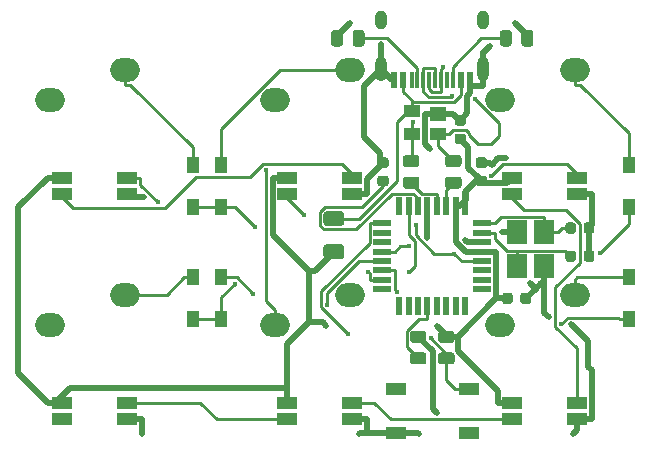
<source format=gbr>
%TF.GenerationSoftware,KiCad,Pcbnew,(5.1.7)-1*%
%TF.CreationDate,2020-10-17T05:15:24-04:00*%
%TF.ProjectId,OreoOrtho,4f72656f-4f72-4746-986f-2e6b69636164,rev?*%
%TF.SameCoordinates,Original*%
%TF.FileFunction,Copper,L2,Bot*%
%TF.FilePolarity,Positive*%
%FSLAX46Y46*%
G04 Gerber Fmt 4.6, Leading zero omitted, Abs format (unit mm)*
G04 Created by KiCad (PCBNEW (5.1.7)-1) date 2020-10-17 05:15:24*
%MOMM*%
%LPD*%
G01*
G04 APERTURE LIST*
%TA.AperFunction,SMDPad,CuDef*%
%ADD10R,0.600000X1.450000*%
%TD*%
%TA.AperFunction,SMDPad,CuDef*%
%ADD11R,0.300000X1.450000*%
%TD*%
%TA.AperFunction,ComponentPad*%
%ADD12O,1.000000X2.100000*%
%TD*%
%TA.AperFunction,ComponentPad*%
%ADD13O,1.000000X1.600000*%
%TD*%
%TA.AperFunction,SMDPad,CuDef*%
%ADD14R,1.700000X1.000000*%
%TD*%
%TA.AperFunction,SMDPad,CuDef*%
%ADD15R,1.000000X1.400000*%
%TD*%
%TA.AperFunction,ComponentPad*%
%ADD16O,2.500000X2.000000*%
%TD*%
%TA.AperFunction,SMDPad,CuDef*%
%ADD17R,1.800000X2.100000*%
%TD*%
%TA.AperFunction,SMDPad,CuDef*%
%ADD18R,0.550000X1.600000*%
%TD*%
%TA.AperFunction,SMDPad,CuDef*%
%ADD19R,1.600000X0.550000*%
%TD*%
%TA.AperFunction,SMDPad,CuDef*%
%ADD20R,1.800000X1.100000*%
%TD*%
%TA.AperFunction,SMDPad,CuDef*%
%ADD21R,1.400000X1.000000*%
%TD*%
%TA.AperFunction,SMDPad,CuDef*%
%ADD22R,1.400000X1.200000*%
%TD*%
%TA.AperFunction,ViaPad*%
%ADD23C,0.450000*%
%TD*%
%TA.AperFunction,Conductor*%
%ADD24C,0.254000*%
%TD*%
%TA.AperFunction,Conductor*%
%ADD25C,0.500000*%
%TD*%
G04 APERTURE END LIST*
D10*
%TO.P,USB1,12*%
%TO.N,GND*%
X146100000Y-52938800D03*
%TO.P,USB1,1*%
X139650000Y-52938800D03*
%TO.P,USB1,11*%
%TO.N,VCC*%
X145325000Y-52938800D03*
%TO.P,USB1,2*%
X140425000Y-52938800D03*
D11*
%TO.P,USB1,3*%
%TO.N,N/C*%
X141125000Y-52938800D03*
%TO.P,USB1,10*%
%TO.N,Net-(R6-Pad1)*%
X144625000Y-52938800D03*
%TO.P,USB1,4*%
%TO.N,Net-(R3-Pad1)*%
X141625000Y-52938800D03*
%TO.P,USB1,9*%
%TO.N,N/C*%
X144125000Y-52938800D03*
%TO.P,USB1,5*%
%TO.N,Net-(R5-Pad2)*%
X142125000Y-52938800D03*
%TO.P,USB1,8*%
%TO.N,Net-(R4-Pad1)*%
X143625000Y-52938800D03*
%TO.P,USB1,7*%
%TO.N,Net-(R5-Pad2)*%
X143125000Y-52938800D03*
%TO.P,USB1,6*%
%TO.N,Net-(R4-Pad1)*%
X142625000Y-52938800D03*
D12*
%TO.P,USB1,13*%
%TO.N,GND*%
X138555000Y-52023800D03*
X147195000Y-52023800D03*
D13*
X138555000Y-47843800D03*
X147195000Y-47843800D03*
%TD*%
D14*
%TO.P,LED2,2*%
%TO.N,Net-(LED2-Pad2)*%
X130600000Y-62612500D03*
%TO.P,LED2,1*%
%TO.N,+5V*%
X130600000Y-61212500D03*
%TO.P,LED2,3*%
%TO.N,GND*%
X136100000Y-62612500D03*
%TO.P,LED2,4*%
%TO.N,Net-(LED1-Pad2)*%
X136100000Y-61212500D03*
%TD*%
D15*
%TO.P,D1,2*%
%TO.N,Net-(D1-Pad2)*%
X122634000Y-60137400D03*
%TO.P,D1,1*%
%TO.N,Row0*%
X122634000Y-63687400D03*
%TD*%
%TO.P,D6,2*%
%TO.N,Net-(D6-Pad2)*%
X159544000Y-69662500D03*
%TO.P,D6,1*%
%TO.N,Row1*%
X159544000Y-73212500D03*
%TD*%
%TO.P,D5,2*%
%TO.N,Net-(D5-Pad2)*%
X125016000Y-69662400D03*
%TO.P,D5,1*%
%TO.N,Row1*%
X125016000Y-73212400D03*
%TD*%
%TO.P,D4,2*%
%TO.N,Net-(D4-Pad2)*%
X122634000Y-69662500D03*
%TO.P,D4,1*%
%TO.N,Row1*%
X122634000Y-73212500D03*
%TD*%
%TO.P,D3,2*%
%TO.N,Net-(D3-Pad2)*%
X159544000Y-60137500D03*
%TO.P,D3,1*%
%TO.N,Row0*%
X159544000Y-63687500D03*
%TD*%
%TO.P,D2,2*%
%TO.N,Net-(D2-Pad2)*%
X125016000Y-60137400D03*
%TO.P,D2,1*%
%TO.N,Row0*%
X125016000Y-63687400D03*
%TD*%
D16*
%TO.P,SW6,2*%
%TO.N,Net-(D6-Pad2)*%
X154940000Y-71120000D03*
%TO.P,SW6,1*%
%TO.N,Col2*%
X148590000Y-73660000D03*
%TD*%
%TO.P,SW5,2*%
%TO.N,Net-(D5-Pad2)*%
X135890000Y-71120000D03*
%TO.P,SW5,1*%
%TO.N,Col1*%
X129540000Y-73660000D03*
%TD*%
%TO.P,SW4,2*%
%TO.N,Net-(D4-Pad2)*%
X116840000Y-71120000D03*
%TO.P,SW4,1*%
%TO.N,Col0*%
X110490000Y-73660000D03*
%TD*%
%TO.P,SW3,2*%
%TO.N,Net-(D3-Pad2)*%
X154940000Y-52070000D03*
%TO.P,SW3,1*%
%TO.N,Col2*%
X148590000Y-54610000D03*
%TD*%
%TO.P,SW2,2*%
%TO.N,Net-(D2-Pad2)*%
X135890000Y-52070000D03*
%TO.P,SW2,1*%
%TO.N,Col1*%
X129540000Y-54610000D03*
%TD*%
%TO.P,SW1,2*%
%TO.N,Net-(D1-Pad2)*%
X116840000Y-52070000D03*
%TO.P,SW1,1*%
%TO.N,Col0*%
X110490000Y-54610000D03*
%TD*%
D17*
%TO.P,Y1,4*%
%TO.N,GND*%
X150059000Y-65820300D03*
%TO.P,Y1,3*%
%TO.N,Net-(C2-Pad2)*%
X150059000Y-68720300D03*
%TO.P,Y1,2*%
%TO.N,GND*%
X152359000Y-68720300D03*
%TO.P,Y1,1*%
%TO.N,Net-(C1-Pad2)*%
X152359000Y-65820300D03*
%TD*%
D18*
%TO.P,U1,32*%
%TO.N,+5V*%
X145675000Y-63615600D03*
%TO.P,U1,31*%
X144875000Y-63615600D03*
%TO.P,U1,30*%
%TO.N,D-*%
X144075000Y-63615600D03*
%TO.P,U1,29*%
%TO.N,D+*%
X143275000Y-63615600D03*
%TO.P,U1,28*%
%TO.N,GND*%
X142475000Y-63615600D03*
%TO.P,U1,27*%
%TO.N,Net-(C3-Pad2)*%
X141675000Y-63615600D03*
%TO.P,U1,26*%
%TO.N,Row1*%
X140875000Y-63615600D03*
%TO.P,U1,25*%
%TO.N,N/C*%
X140075000Y-63615600D03*
D19*
%TO.P,U1,24*%
%TO.N,Net-(R1-Pad1)*%
X138625000Y-65065600D03*
%TO.P,U1,23*%
%TO.N,N/C*%
X138625000Y-65865600D03*
%TO.P,U1,22*%
X138625000Y-66665600D03*
%TO.P,U1,21*%
%TO.N,Col0*%
X138625000Y-67465600D03*
%TO.P,U1,20*%
%TO.N,Col1*%
X138625000Y-68265600D03*
%TO.P,U1,19*%
%TO.N,Col2*%
X138625000Y-69065600D03*
%TO.P,U1,18*%
%TO.N,LED*%
X138625000Y-69865600D03*
%TO.P,U1,17*%
%TO.N,N/C*%
X138625000Y-70665600D03*
D18*
%TO.P,U1,16*%
X140075000Y-72115600D03*
%TO.P,U1,15*%
X140875000Y-72115600D03*
%TO.P,U1,14*%
X141675000Y-72115600D03*
%TO.P,U1,13*%
%TO.N,Net-(R2-Pad2)*%
X142475000Y-72115600D03*
%TO.P,U1,12*%
%TO.N,N/C*%
X143275000Y-72115600D03*
%TO.P,U1,11*%
X144075000Y-72115600D03*
%TO.P,U1,10*%
X144875000Y-72115600D03*
%TO.P,U1,9*%
X145675000Y-72115600D03*
D19*
%TO.P,U1,8*%
X147125000Y-70665600D03*
%TO.P,U1,7*%
X147125000Y-69865600D03*
%TO.P,U1,6*%
X147125000Y-69065600D03*
%TO.P,U1,5*%
%TO.N,Row0*%
X147125000Y-68265600D03*
%TO.P,U1,4*%
%TO.N,+5V*%
X147125000Y-67465600D03*
%TO.P,U1,3*%
%TO.N,GND*%
X147125000Y-66665600D03*
%TO.P,U1,2*%
%TO.N,Net-(C2-Pad2)*%
X147125000Y-65865600D03*
%TO.P,U1,1*%
%TO.N,Net-(C1-Pad2)*%
X147125000Y-65065600D03*
%TD*%
D20*
%TO.P,RST_SW1,4*%
%TO.N,N/C*%
X145975000Y-82812400D03*
%TO.P,RST_SW1,3*%
X139775000Y-79112400D03*
%TO.P,RST_SW1,2*%
%TO.N,Net-(R1-Pad1)*%
X145975000Y-79112400D03*
%TO.P,RST_SW1,1*%
%TO.N,GND*%
X139775000Y-82812400D03*
%TD*%
%TO.P,R6,2*%
%TO.N,GND*%
%TA.AperFunction,SMDPad,CuDef*%
G36*
G01*
X150419000Y-49860901D02*
X150419000Y-48960899D01*
G75*
G02*
X150668999Y-48710900I249999J0D01*
G01*
X151194001Y-48710900D01*
G75*
G02*
X151444000Y-48960899I0J-249999D01*
G01*
X151444000Y-49860901D01*
G75*
G02*
X151194001Y-50110900I-249999J0D01*
G01*
X150668999Y-50110900D01*
G75*
G02*
X150419000Y-49860901I0J249999D01*
G01*
G37*
%TD.AperFunction*%
%TO.P,R6,1*%
%TO.N,Net-(R6-Pad1)*%
%TA.AperFunction,SMDPad,CuDef*%
G36*
G01*
X148594000Y-49860901D02*
X148594000Y-48960899D01*
G75*
G02*
X148843999Y-48710900I249999J0D01*
G01*
X149369001Y-48710900D01*
G75*
G02*
X149619000Y-48960899I0J-249999D01*
G01*
X149619000Y-49860901D01*
G75*
G02*
X149369001Y-50110900I-249999J0D01*
G01*
X148843999Y-50110900D01*
G75*
G02*
X148594000Y-49860901I0J249999D01*
G01*
G37*
%TD.AperFunction*%
%TD*%
%TO.P,R5,2*%
%TO.N,Net-(R5-Pad2)*%
%TA.AperFunction,SMDPad,CuDef*%
G36*
G01*
X145111001Y-60321900D02*
X144210999Y-60321900D01*
G75*
G02*
X143961000Y-60071901I0J249999D01*
G01*
X143961000Y-59546899D01*
G75*
G02*
X144210999Y-59296900I249999J0D01*
G01*
X145111001Y-59296900D01*
G75*
G02*
X145361000Y-59546899I0J-249999D01*
G01*
X145361000Y-60071901D01*
G75*
G02*
X145111001Y-60321900I-249999J0D01*
G01*
G37*
%TD.AperFunction*%
%TO.P,R5,1*%
%TO.N,D-*%
%TA.AperFunction,SMDPad,CuDef*%
G36*
G01*
X145111001Y-62146900D02*
X144210999Y-62146900D01*
G75*
G02*
X143961000Y-61896901I0J249999D01*
G01*
X143961000Y-61371899D01*
G75*
G02*
X144210999Y-61121900I249999J0D01*
G01*
X145111001Y-61121900D01*
G75*
G02*
X145361000Y-61371899I0J-249999D01*
G01*
X145361000Y-61896901D01*
G75*
G02*
X145111001Y-62146900I-249999J0D01*
G01*
G37*
%TD.AperFunction*%
%TD*%
%TO.P,R4,2*%
%TO.N,D+*%
%TA.AperFunction,SMDPad,CuDef*%
G36*
G01*
X140638999Y-61121900D02*
X141539001Y-61121900D01*
G75*
G02*
X141789000Y-61371899I0J-249999D01*
G01*
X141789000Y-61896901D01*
G75*
G02*
X141539001Y-62146900I-249999J0D01*
G01*
X140638999Y-62146900D01*
G75*
G02*
X140389000Y-61896901I0J249999D01*
G01*
X140389000Y-61371899D01*
G75*
G02*
X140638999Y-61121900I249999J0D01*
G01*
G37*
%TD.AperFunction*%
%TO.P,R4,1*%
%TO.N,Net-(R4-Pad1)*%
%TA.AperFunction,SMDPad,CuDef*%
G36*
G01*
X140638999Y-59296900D02*
X141539001Y-59296900D01*
G75*
G02*
X141789000Y-59546899I0J-249999D01*
G01*
X141789000Y-60071901D01*
G75*
G02*
X141539001Y-60321900I-249999J0D01*
G01*
X140638999Y-60321900D01*
G75*
G02*
X140389000Y-60071901I0J249999D01*
G01*
X140389000Y-59546899D01*
G75*
G02*
X140638999Y-59296900I249999J0D01*
G01*
G37*
%TD.AperFunction*%
%TD*%
%TO.P,R3,2*%
%TO.N,GND*%
%TA.AperFunction,SMDPad,CuDef*%
G36*
G01*
X135331000Y-48960899D02*
X135331000Y-49860901D01*
G75*
G02*
X135081001Y-50110900I-249999J0D01*
G01*
X134555999Y-50110900D01*
G75*
G02*
X134306000Y-49860901I0J249999D01*
G01*
X134306000Y-48960899D01*
G75*
G02*
X134555999Y-48710900I249999J0D01*
G01*
X135081001Y-48710900D01*
G75*
G02*
X135331000Y-48960899I0J-249999D01*
G01*
G37*
%TD.AperFunction*%
%TO.P,R3,1*%
%TO.N,Net-(R3-Pad1)*%
%TA.AperFunction,SMDPad,CuDef*%
G36*
G01*
X137156000Y-48960899D02*
X137156000Y-49860901D01*
G75*
G02*
X136906001Y-50110900I-249999J0D01*
G01*
X136380999Y-50110900D01*
G75*
G02*
X136131000Y-49860901I0J249999D01*
G01*
X136131000Y-48960899D01*
G75*
G02*
X136380999Y-48710900I249999J0D01*
G01*
X136906001Y-48710900D01*
G75*
G02*
X137156000Y-48960899I0J-249999D01*
G01*
G37*
%TD.AperFunction*%
%TD*%
%TO.P,R2,2*%
%TO.N,Net-(R2-Pad2)*%
%TA.AperFunction,SMDPad,CuDef*%
G36*
G01*
X141233999Y-76004600D02*
X142134001Y-76004600D01*
G75*
G02*
X142384000Y-76254599I0J-249999D01*
G01*
X142384000Y-76779601D01*
G75*
G02*
X142134001Y-77029600I-249999J0D01*
G01*
X141233999Y-77029600D01*
G75*
G02*
X140984000Y-76779601I0J249999D01*
G01*
X140984000Y-76254599D01*
G75*
G02*
X141233999Y-76004600I249999J0D01*
G01*
G37*
%TD.AperFunction*%
%TO.P,R2,1*%
%TO.N,GND*%
%TA.AperFunction,SMDPad,CuDef*%
G36*
G01*
X141233999Y-74179600D02*
X142134001Y-74179600D01*
G75*
G02*
X142384000Y-74429599I0J-249999D01*
G01*
X142384000Y-74954601D01*
G75*
G02*
X142134001Y-75204600I-249999J0D01*
G01*
X141233999Y-75204600D01*
G75*
G02*
X140984000Y-74954601I0J249999D01*
G01*
X140984000Y-74429599D01*
G75*
G02*
X141233999Y-74179600I249999J0D01*
G01*
G37*
%TD.AperFunction*%
%TD*%
%TO.P,R1,2*%
%TO.N,+5V*%
%TA.AperFunction,SMDPad,CuDef*%
G36*
G01*
X144516001Y-75204600D02*
X143615999Y-75204600D01*
G75*
G02*
X143366000Y-74954601I0J249999D01*
G01*
X143366000Y-74429599D01*
G75*
G02*
X143615999Y-74179600I249999J0D01*
G01*
X144516001Y-74179600D01*
G75*
G02*
X144766000Y-74429599I0J-249999D01*
G01*
X144766000Y-74954601D01*
G75*
G02*
X144516001Y-75204600I-249999J0D01*
G01*
G37*
%TD.AperFunction*%
%TO.P,R1,1*%
%TO.N,Net-(R1-Pad1)*%
%TA.AperFunction,SMDPad,CuDef*%
G36*
G01*
X144516001Y-77029600D02*
X143615999Y-77029600D01*
G75*
G02*
X143366000Y-76779601I0J249999D01*
G01*
X143366000Y-76254599D01*
G75*
G02*
X143615999Y-76004600I249999J0D01*
G01*
X144516001Y-76004600D01*
G75*
G02*
X144766000Y-76254599I0J-249999D01*
G01*
X144766000Y-76779601D01*
G75*
G02*
X144516001Y-77029600I-249999J0D01*
G01*
G37*
%TD.AperFunction*%
%TD*%
D14*
%TO.P,LED6,2*%
%TO.N,N/C*%
X111550000Y-81662500D03*
%TO.P,LED6,1*%
%TO.N,+5V*%
X111550000Y-80262500D03*
%TO.P,LED6,3*%
%TO.N,GND*%
X117050000Y-81662500D03*
%TO.P,LED6,4*%
%TO.N,Net-(LED5-Pad2)*%
X117050000Y-80262500D03*
%TD*%
%TO.P,LED5,2*%
%TO.N,Net-(LED5-Pad2)*%
X130600000Y-81662500D03*
%TO.P,LED5,1*%
%TO.N,+5V*%
X130600000Y-80262500D03*
%TO.P,LED5,3*%
%TO.N,GND*%
X136100000Y-81662500D03*
%TO.P,LED5,4*%
%TO.N,Net-(LED4-Pad2)*%
X136100000Y-80262500D03*
%TD*%
%TO.P,LED4,2*%
%TO.N,Net-(LED4-Pad2)*%
X149650000Y-81662500D03*
%TO.P,LED4,1*%
%TO.N,+5V*%
X149650000Y-80262500D03*
%TO.P,LED4,3*%
%TO.N,GND*%
X155150000Y-81662500D03*
%TO.P,LED4,4*%
%TO.N,Net-(LED3-Pad2)*%
X155150000Y-80262500D03*
%TD*%
%TO.P,LED3,2*%
%TO.N,Net-(LED3-Pad2)*%
X149650000Y-62612500D03*
%TO.P,LED3,1*%
%TO.N,+5V*%
X149650000Y-61212500D03*
%TO.P,LED3,3*%
%TO.N,GND*%
X155150000Y-62612500D03*
%TO.P,LED3,4*%
%TO.N,Net-(LED2-Pad2)*%
X155150000Y-61212500D03*
%TD*%
%TO.P,LED1,2*%
%TO.N,Net-(LED1-Pad2)*%
X111550000Y-62612500D03*
%TO.P,LED1,1*%
%TO.N,+5V*%
X111550000Y-61212500D03*
%TO.P,LED1,3*%
%TO.N,GND*%
X117050000Y-62612500D03*
%TO.P,LED1,4*%
%TO.N,LED*%
X117050000Y-61212500D03*
%TD*%
%TO.P,F1,2*%
%TO.N,VCC*%
%TA.AperFunction,SMDPad,CuDef*%
G36*
G01*
X135166000Y-65304600D02*
X133916000Y-65304600D01*
G75*
G02*
X133666000Y-65054600I0J250000D01*
G01*
X133666000Y-64304600D01*
G75*
G02*
X133916000Y-64054600I250000J0D01*
G01*
X135166000Y-64054600D01*
G75*
G02*
X135416000Y-64304600I0J-250000D01*
G01*
X135416000Y-65054600D01*
G75*
G02*
X135166000Y-65304600I-250000J0D01*
G01*
G37*
%TD.AperFunction*%
%TO.P,F1,1*%
%TO.N,+5V*%
%TA.AperFunction,SMDPad,CuDef*%
G36*
G01*
X135166000Y-68104600D02*
X133916000Y-68104600D01*
G75*
G02*
X133666000Y-67854600I0J250000D01*
G01*
X133666000Y-67104600D01*
G75*
G02*
X133916000Y-66854600I250000J0D01*
G01*
X135166000Y-66854600D01*
G75*
G02*
X135416000Y-67104600I0J-250000D01*
G01*
X135416000Y-67854600D01*
G75*
G02*
X135166000Y-68104600I-250000J0D01*
G01*
G37*
%TD.AperFunction*%
%TD*%
D21*
%TO.P,U2,4*%
%TO.N,VCC*%
X141180000Y-55604600D03*
%TO.P,U2,3*%
%TO.N,Net-(R4-Pad1)*%
X141180000Y-57504600D03*
%TO.P,U2,2*%
%TO.N,Net-(R5-Pad2)*%
X143380000Y-57504600D03*
D22*
%TO.P,U2,1*%
%TO.N,GND*%
X143380000Y-55784600D03*
%TD*%
%TO.P,C6,2*%
%TO.N,+5V*%
%TA.AperFunction,SMDPad,CuDef*%
G36*
G01*
X149694000Y-71187400D02*
X149694000Y-71687400D01*
G75*
G02*
X149469000Y-71912400I-225000J0D01*
G01*
X149019000Y-71912400D01*
G75*
G02*
X148794000Y-71687400I0J225000D01*
G01*
X148794000Y-71187400D01*
G75*
G02*
X149019000Y-70962400I225000J0D01*
G01*
X149469000Y-70962400D01*
G75*
G02*
X149694000Y-71187400I0J-225000D01*
G01*
G37*
%TD.AperFunction*%
%TO.P,C6,1*%
%TO.N,GND*%
%TA.AperFunction,SMDPad,CuDef*%
G36*
G01*
X151244000Y-71187400D02*
X151244000Y-71687400D01*
G75*
G02*
X151019000Y-71912400I-225000J0D01*
G01*
X150569000Y-71912400D01*
G75*
G02*
X150344000Y-71687400I0J225000D01*
G01*
X150344000Y-71187400D01*
G75*
G02*
X150569000Y-70962400I225000J0D01*
G01*
X151019000Y-70962400D01*
G75*
G02*
X151244000Y-71187400I0J-225000D01*
G01*
G37*
%TD.AperFunction*%
%TD*%
%TO.P,C5,2*%
%TO.N,+5V*%
%TA.AperFunction,SMDPad,CuDef*%
G36*
G01*
X146792000Y-61046900D02*
X147292000Y-61046900D01*
G75*
G02*
X147517000Y-61271900I0J-225000D01*
G01*
X147517000Y-61721900D01*
G75*
G02*
X147292000Y-61946900I-225000J0D01*
G01*
X146792000Y-61946900D01*
G75*
G02*
X146567000Y-61721900I0J225000D01*
G01*
X146567000Y-61271900D01*
G75*
G02*
X146792000Y-61046900I225000J0D01*
G01*
G37*
%TD.AperFunction*%
%TO.P,C5,1*%
%TO.N,GND*%
%TA.AperFunction,SMDPad,CuDef*%
G36*
G01*
X146792000Y-59496900D02*
X147292000Y-59496900D01*
G75*
G02*
X147517000Y-59721900I0J-225000D01*
G01*
X147517000Y-60171900D01*
G75*
G02*
X147292000Y-60396900I-225000J0D01*
G01*
X146792000Y-60396900D01*
G75*
G02*
X146567000Y-60171900I0J225000D01*
G01*
X146567000Y-59721900D01*
G75*
G02*
X146792000Y-59496900I225000J0D01*
G01*
G37*
%TD.AperFunction*%
%TD*%
%TO.P,C4,2*%
%TO.N,+5V*%
%TA.AperFunction,SMDPad,CuDef*%
G36*
G01*
X145006000Y-57475000D02*
X145506000Y-57475000D01*
G75*
G02*
X145731000Y-57700000I0J-225000D01*
G01*
X145731000Y-58150000D01*
G75*
G02*
X145506000Y-58375000I-225000J0D01*
G01*
X145006000Y-58375000D01*
G75*
G02*
X144781000Y-58150000I0J225000D01*
G01*
X144781000Y-57700000D01*
G75*
G02*
X145006000Y-57475000I225000J0D01*
G01*
G37*
%TD.AperFunction*%
%TO.P,C4,1*%
%TO.N,GND*%
%TA.AperFunction,SMDPad,CuDef*%
G36*
G01*
X145006000Y-55925000D02*
X145506000Y-55925000D01*
G75*
G02*
X145731000Y-56150000I0J-225000D01*
G01*
X145731000Y-56600000D01*
G75*
G02*
X145506000Y-56825000I-225000J0D01*
G01*
X145006000Y-56825000D01*
G75*
G02*
X144781000Y-56600000I0J225000D01*
G01*
X144781000Y-56150000D01*
G75*
G02*
X145006000Y-55925000I225000J0D01*
G01*
G37*
%TD.AperFunction*%
%TD*%
%TO.P,C3,2*%
%TO.N,Net-(C3-Pad2)*%
%TA.AperFunction,SMDPad,CuDef*%
G36*
G01*
X138458000Y-61046900D02*
X138958000Y-61046900D01*
G75*
G02*
X139183000Y-61271900I0J-225000D01*
G01*
X139183000Y-61721900D01*
G75*
G02*
X138958000Y-61946900I-225000J0D01*
G01*
X138458000Y-61946900D01*
G75*
G02*
X138233000Y-61721900I0J225000D01*
G01*
X138233000Y-61271900D01*
G75*
G02*
X138458000Y-61046900I225000J0D01*
G01*
G37*
%TD.AperFunction*%
%TO.P,C3,1*%
%TO.N,GND*%
%TA.AperFunction,SMDPad,CuDef*%
G36*
G01*
X138458000Y-59496900D02*
X138958000Y-59496900D01*
G75*
G02*
X139183000Y-59721900I0J-225000D01*
G01*
X139183000Y-60171900D01*
G75*
G02*
X138958000Y-60396900I-225000J0D01*
G01*
X138458000Y-60396900D01*
G75*
G02*
X138233000Y-60171900I0J225000D01*
G01*
X138233000Y-59721900D01*
G75*
G02*
X138458000Y-59496900I225000J0D01*
G01*
G37*
%TD.AperFunction*%
%TD*%
%TO.P,C2,2*%
%TO.N,Net-(C2-Pad2)*%
%TA.AperFunction,SMDPad,CuDef*%
G36*
G01*
X155051000Y-67615600D02*
X155051000Y-68115600D01*
G75*
G02*
X154826000Y-68340600I-225000J0D01*
G01*
X154376000Y-68340600D01*
G75*
G02*
X154151000Y-68115600I0J225000D01*
G01*
X154151000Y-67615600D01*
G75*
G02*
X154376000Y-67390600I225000J0D01*
G01*
X154826000Y-67390600D01*
G75*
G02*
X155051000Y-67615600I0J-225000D01*
G01*
G37*
%TD.AperFunction*%
%TO.P,C2,1*%
%TO.N,GND*%
%TA.AperFunction,SMDPad,CuDef*%
G36*
G01*
X156601000Y-67615600D02*
X156601000Y-68115600D01*
G75*
G02*
X156376000Y-68340600I-225000J0D01*
G01*
X155926000Y-68340600D01*
G75*
G02*
X155701000Y-68115600I0J225000D01*
G01*
X155701000Y-67615600D01*
G75*
G02*
X155926000Y-67390600I225000J0D01*
G01*
X156376000Y-67390600D01*
G75*
G02*
X156601000Y-67615600I0J-225000D01*
G01*
G37*
%TD.AperFunction*%
%TD*%
%TO.P,C1,2*%
%TO.N,Net-(C1-Pad2)*%
%TA.AperFunction,SMDPad,CuDef*%
G36*
G01*
X155051000Y-65234300D02*
X155051000Y-65734300D01*
G75*
G02*
X154826000Y-65959300I-225000J0D01*
G01*
X154376000Y-65959300D01*
G75*
G02*
X154151000Y-65734300I0J225000D01*
G01*
X154151000Y-65234300D01*
G75*
G02*
X154376000Y-65009300I225000J0D01*
G01*
X154826000Y-65009300D01*
G75*
G02*
X155051000Y-65234300I0J-225000D01*
G01*
G37*
%TD.AperFunction*%
%TO.P,C1,1*%
%TO.N,GND*%
%TA.AperFunction,SMDPad,CuDef*%
G36*
G01*
X156601000Y-65234300D02*
X156601000Y-65734300D01*
G75*
G02*
X156376000Y-65959300I-225000J0D01*
G01*
X155926000Y-65959300D01*
G75*
G02*
X155701000Y-65734300I0J225000D01*
G01*
X155701000Y-65234300D01*
G75*
G02*
X155926000Y-65009300I225000J0D01*
G01*
X156376000Y-65009300D01*
G75*
G02*
X156601000Y-65234300I0J-225000D01*
G01*
G37*
%TD.AperFunction*%
%TD*%
D23*
%TO.N,GND*%
X118468100Y-62840000D03*
X138435900Y-59140600D03*
X149097300Y-59550900D03*
X154605500Y-73581800D03*
X152742700Y-73015100D03*
X142713300Y-58750800D03*
X147922600Y-60104600D03*
X138555000Y-49918200D03*
X147778700Y-50075700D03*
X118284200Y-82896700D03*
X136659100Y-82896700D03*
X143276500Y-81155200D03*
X154804200Y-82896700D03*
X141787000Y-82896700D03*
X156151000Y-66734300D03*
X148778700Y-65820300D03*
X151140200Y-70126900D03*
X149893900Y-48081000D03*
X135944500Y-48081000D03*
%TO.N,+5V*%
X143279800Y-73758000D03*
X133907200Y-73758000D03*
%TO.N,Row0*%
X157108100Y-67555400D03*
X144744800Y-67637800D03*
X127896700Y-65422700D03*
X141474100Y-65247300D03*
%TO.N,Net-(D5-Pad2)*%
X127716100Y-71054700D03*
%TO.N,Row1*%
X140886800Y-69186100D03*
X153788000Y-73620400D03*
X126169100Y-70185900D03*
%TO.N,LED*%
X137460900Y-69217400D03*
X119625000Y-63279400D03*
%TO.N,Net-(R1-Pad1)*%
X142748800Y-74772300D03*
X135727100Y-74431500D03*
%TO.N,Col0*%
X140904100Y-67009400D03*
%TO.N,Col1*%
X128760300Y-60562800D03*
X133990800Y-71958400D03*
%TO.N,Col2*%
X139883900Y-70891300D03*
%TO.N,Net-(R4-Pad1)*%
X143787800Y-51834000D03*
X141243500Y-56468400D03*
%TO.N,Net-(R5-Pad2)*%
X144591000Y-54277000D03*
X146467600Y-54541300D03*
%TO.N,Net-(LED2-Pad2)*%
X131991800Y-64367600D03*
X147875000Y-61072900D03*
%TD*%
D24*
%TO.N,Net-(C1-Pad2)*%
X152359000Y-65820300D02*
X152359000Y-64513000D01*
X147125000Y-65065600D02*
X148182300Y-65065600D01*
X148182300Y-65065600D02*
X148734900Y-64513000D01*
X148734900Y-64513000D02*
X152359000Y-64513000D01*
X152359000Y-65820300D02*
X153516300Y-65820300D01*
X154601000Y-65484300D02*
X153852300Y-65484300D01*
X153852300Y-65484300D02*
X153516300Y-65820300D01*
D25*
%TO.N,GND*%
X138435900Y-59140600D02*
X138435900Y-59674800D01*
X138435900Y-59674800D02*
X138708000Y-59946900D01*
X138555000Y-52023800D02*
X137089400Y-53489400D01*
X137089400Y-53489400D02*
X137089400Y-57794100D01*
X137089400Y-57794100D02*
X138435900Y-59140600D01*
X117050000Y-62612500D02*
X117277500Y-62840000D01*
X117277500Y-62840000D02*
X118468100Y-62840000D01*
X147922600Y-60104600D02*
X148476300Y-59550900D01*
X148476300Y-59550900D02*
X149097300Y-59550900D01*
X156380300Y-81662500D02*
X156380300Y-77530300D01*
X156380300Y-77530300D02*
X156065100Y-77215100D01*
X156065100Y-77215100D02*
X156065100Y-75041400D01*
X156065100Y-75041400D02*
X154605500Y-73581800D01*
X152359000Y-70150600D02*
X152359000Y-72631400D01*
X152359000Y-72631400D02*
X152742700Y-73015100D01*
X155150000Y-81662500D02*
X156380300Y-81662500D01*
X145643900Y-66507800D02*
X145801700Y-66665600D01*
X145801700Y-66665600D02*
X147125000Y-66665600D01*
X152359000Y-70150600D02*
X152080900Y-70150600D01*
X152080900Y-70150600D02*
X151622400Y-70609100D01*
X151622400Y-70609100D02*
X151622400Y-70609000D01*
X146100000Y-53454100D02*
X146100000Y-54052900D01*
X146100000Y-54052900D02*
X145862300Y-54290600D01*
X145862300Y-54290600D02*
X145862300Y-55768700D01*
X145862300Y-55768700D02*
X145256000Y-56375000D01*
X143380000Y-55784600D02*
X142299700Y-55784600D01*
X142299700Y-55784600D02*
X142299700Y-58337200D01*
X142299700Y-58337200D02*
X142713300Y-58750800D01*
X145256000Y-56375000D02*
X144665600Y-55784600D01*
X144665600Y-55784600D02*
X143380000Y-55784600D01*
X147042000Y-59946900D02*
X147764900Y-59946900D01*
X147764900Y-59946900D02*
X147922600Y-60104600D01*
X137330300Y-62612500D02*
X137330300Y-61324600D01*
X137330300Y-61324600D02*
X138708000Y-59946900D01*
X138555000Y-49918200D02*
X138555000Y-52023800D01*
X139650000Y-52938800D02*
X139470000Y-52938800D01*
X139470000Y-52938800D02*
X138555000Y-52023800D01*
X146100000Y-53454100D02*
X146100000Y-52938800D01*
X146100000Y-53454100D02*
X147195000Y-53454100D01*
X147195000Y-52023800D02*
X147195000Y-53454100D01*
X147195000Y-52023800D02*
X147195000Y-50593500D01*
X147195000Y-50593500D02*
X147260900Y-50593500D01*
X147260900Y-50593500D02*
X147778700Y-50075700D01*
X137330300Y-82812400D02*
X138494700Y-82812400D01*
X136659100Y-82896700D02*
X136743400Y-82812400D01*
X136743400Y-82812400D02*
X137330300Y-82812400D01*
X137330300Y-81662500D02*
X137330300Y-82812400D01*
X136100000Y-81662500D02*
X137330300Y-81662500D01*
X117050000Y-81662500D02*
X118280300Y-81662500D01*
X118280300Y-81662500D02*
X118280300Y-82892800D01*
X118280300Y-82892800D02*
X118284200Y-82896700D01*
X141684000Y-74692100D02*
X142912200Y-75920300D01*
X142912200Y-75920300D02*
X142912200Y-80790900D01*
X142912200Y-80790900D02*
X143276500Y-81155200D01*
X139775000Y-82812400D02*
X141702700Y-82812400D01*
X141702700Y-82812400D02*
X141787000Y-82896700D01*
X154804200Y-82896700D02*
X155150000Y-82550900D01*
X155150000Y-82550900D02*
X155150000Y-81662500D01*
X139134900Y-82812400D02*
X139775000Y-82812400D01*
X139134900Y-82812400D02*
X138494700Y-82812400D01*
X156151000Y-66734300D02*
X156151000Y-65484300D01*
X156151000Y-67865600D02*
X156151000Y-66734300D01*
X150059000Y-65820300D02*
X148778700Y-65820300D01*
X151622400Y-70609000D02*
X151140200Y-70126900D01*
X151622400Y-70609000D02*
X150794000Y-71437400D01*
X142475000Y-66314500D02*
X142475000Y-63615600D01*
X149893900Y-48081000D02*
X150931500Y-49118600D01*
X150931500Y-49118600D02*
X150931500Y-49410900D01*
X135944500Y-48081000D02*
X134818500Y-49207000D01*
X134818500Y-49207000D02*
X134818500Y-49410900D01*
X152359000Y-68720300D02*
X152359000Y-70150600D01*
X136100000Y-62612500D02*
X137330300Y-62612500D01*
X155150000Y-62612500D02*
X156380300Y-62612500D01*
X156380300Y-62612500D02*
X156380300Y-65255000D01*
X156380300Y-65255000D02*
X156151000Y-65484300D01*
D24*
%TO.N,Net-(C2-Pad2)*%
X147125000Y-65865600D02*
X148182300Y-65865600D01*
X148182300Y-65865600D02*
X148182300Y-66367400D01*
X148182300Y-66367400D02*
X149227900Y-67413000D01*
X149227900Y-67413000D02*
X150059000Y-67413000D01*
X150059000Y-68720300D02*
X150059000Y-67413000D01*
X154601000Y-67865600D02*
X154148400Y-67413000D01*
X154148400Y-67413000D02*
X150059000Y-67413000D01*
%TO.N,Net-(C3-Pad2)*%
X141675000Y-63615600D02*
X141675000Y-62946800D01*
X141675000Y-62946800D02*
X141286500Y-62558300D01*
X141286500Y-62558300D02*
X139462300Y-62558300D01*
X139462300Y-62558300D02*
X136442400Y-65578200D01*
X136442400Y-65578200D02*
X133675000Y-65578200D01*
X133675000Y-65578200D02*
X133377600Y-65280800D01*
X133377600Y-65280800D02*
X133377600Y-64113400D01*
X133377600Y-64113400D02*
X133759600Y-63731400D01*
X133759600Y-63731400D02*
X136929000Y-63731400D01*
X136929000Y-63731400D02*
X138708000Y-61952400D01*
X138708000Y-61952400D02*
X138708000Y-61496900D01*
D25*
%TO.N,+5V*%
X130600000Y-61212500D02*
X129369700Y-61212500D01*
X132412800Y-69082600D02*
X132412800Y-73463100D01*
X144875000Y-63615600D02*
X144875000Y-66630400D01*
X144875000Y-66630400D02*
X145710200Y-67465600D01*
X145710200Y-67465600D02*
X145944700Y-67465600D01*
X148305300Y-71437400D02*
X149244000Y-71437400D01*
X145030500Y-74692100D02*
X148285200Y-71437400D01*
X148285200Y-71437400D02*
X148305300Y-71437400D01*
X148305300Y-67465600D02*
X148305300Y-71437400D01*
X147125000Y-67465600D02*
X148305300Y-67465600D01*
X146534900Y-67465600D02*
X147125000Y-67465600D01*
X146534900Y-67465600D02*
X145944700Y-67465600D01*
X130600000Y-78993600D02*
X130600000Y-75275900D01*
X130600000Y-75275900D02*
X132412800Y-73463100D01*
X132412800Y-73463100D02*
X133612300Y-73463100D01*
X133612300Y-73463100D02*
X133907200Y-73758000D01*
X144066000Y-74692100D02*
X144066000Y-74544200D01*
X144066000Y-74544200D02*
X143279800Y-73758000D01*
X130600000Y-80262500D02*
X130600000Y-78993600D01*
X110934900Y-80262500D02*
X112203800Y-78993600D01*
X112203800Y-78993600D02*
X130600000Y-78993600D01*
X110934900Y-80262500D02*
X110319700Y-80262500D01*
X111550000Y-80262500D02*
X110934900Y-80262500D01*
X132412800Y-69082600D02*
X129369700Y-66039500D01*
X129369700Y-66039500D02*
X129369700Y-61212500D01*
X134541000Y-67479600D02*
X132938000Y-69082600D01*
X132938000Y-69082600D02*
X132412800Y-69082600D01*
X149650000Y-80262500D02*
X148419700Y-80262500D01*
X148419700Y-80262500D02*
X148419700Y-79266800D01*
X148419700Y-79266800D02*
X145030500Y-75877600D01*
X145030500Y-75877600D02*
X145030500Y-74692100D01*
X144066000Y-74692100D02*
X145030500Y-74692100D01*
X149650000Y-61212500D02*
X149175800Y-61686700D01*
X149175800Y-61686700D02*
X147231800Y-61686700D01*
X147231800Y-61686700D02*
X147042000Y-61496900D01*
X111550000Y-61212500D02*
X110319700Y-61212500D01*
X110319700Y-61212500D02*
X107842800Y-63689400D01*
X107842800Y-63689400D02*
X107842800Y-77785600D01*
X107842800Y-77785600D02*
X110319700Y-80262500D01*
X146827700Y-61282600D02*
X147042000Y-61496900D01*
X144875000Y-63615600D02*
X145222900Y-63615600D01*
X145222900Y-63615600D02*
X145742400Y-63096100D01*
X145742400Y-63096100D02*
X145742400Y-62502700D01*
X145742400Y-62502700D02*
X145675000Y-62435300D01*
X145256000Y-57925000D02*
X145911500Y-58580500D01*
X145911500Y-58580500D02*
X145911500Y-60366400D01*
X145911500Y-60366400D02*
X146827700Y-61282600D01*
X146827700Y-61282600D02*
X145675000Y-62435300D01*
X145675000Y-63615600D02*
X145675000Y-62435300D01*
D24*
%TO.N,Net-(D1-Pad2)*%
X116840000Y-52070000D02*
X116840000Y-53327300D01*
X116840000Y-53327300D02*
X117311500Y-53327300D01*
X117311500Y-53327300D02*
X122634000Y-58649800D01*
X122634000Y-58649800D02*
X122634000Y-60137400D01*
%TO.N,Row0*%
X144744800Y-67637800D02*
X143025000Y-67637800D01*
X143025000Y-67637800D02*
X141474100Y-66086900D01*
X141474100Y-66086900D02*
X141474100Y-65247300D01*
X147125000Y-68265600D02*
X145372600Y-68265600D01*
X145372600Y-68265600D02*
X144744800Y-67637800D01*
X157108100Y-67555400D02*
X159544000Y-65119500D01*
X159544000Y-65119500D02*
X159544000Y-63687500D01*
X125773300Y-63687400D02*
X126161400Y-63687400D01*
X126161400Y-63687400D02*
X127896700Y-65422700D01*
X125016000Y-63687400D02*
X125773300Y-63687400D01*
X125016000Y-63687400D02*
X122634000Y-63687400D01*
%TO.N,Net-(D2-Pad2)*%
X135890000Y-52070000D02*
X130006000Y-52070000D01*
X130006000Y-52070000D02*
X125016000Y-57060000D01*
X125016000Y-57060000D02*
X125016000Y-60137400D01*
%TO.N,Net-(D3-Pad2)*%
X154940000Y-52070000D02*
X154940000Y-53327300D01*
X154940000Y-53327300D02*
X155411500Y-53327300D01*
X155411500Y-53327300D02*
X159544000Y-57459800D01*
X159544000Y-57459800D02*
X159544000Y-60137500D01*
%TO.N,Net-(D5-Pad2)*%
X127716100Y-71054700D02*
X127716100Y-71050800D01*
X127716100Y-71050800D02*
X126327700Y-69662400D01*
X126327700Y-69662400D02*
X125773300Y-69662400D01*
X125016000Y-69662400D02*
X125773300Y-69662400D01*
%TO.N,Row1*%
X140875000Y-63615600D02*
X140875000Y-66031500D01*
X140875000Y-66031500D02*
X141402900Y-66559400D01*
X141402900Y-66559400D02*
X141402900Y-68670000D01*
X141402900Y-68670000D02*
X140886800Y-69186100D01*
X125016000Y-73212400D02*
X125016000Y-71339000D01*
X125016000Y-71339000D02*
X126169100Y-70185900D01*
X124637400Y-73212400D02*
X125016000Y-73212400D01*
X159544000Y-73212500D02*
X158786700Y-73212500D01*
X158786700Y-73212500D02*
X158636600Y-73062400D01*
X158636600Y-73062400D02*
X154346000Y-73062400D01*
X154346000Y-73062400D02*
X153788000Y-73620400D01*
X124637400Y-73212400D02*
X124258700Y-73212400D01*
X122634000Y-73212500D02*
X124258700Y-73212500D01*
X124258700Y-73212500D02*
X124258700Y-73212400D01*
%TO.N,Net-(D6-Pad2)*%
X154940000Y-71120000D02*
X154940000Y-69862700D01*
X158786700Y-69662500D02*
X155140200Y-69662500D01*
X155140200Y-69662500D02*
X154940000Y-69862700D01*
X159544000Y-69662500D02*
X158786700Y-69662500D01*
%TO.N,VCC*%
X141180000Y-54847300D02*
X144702800Y-54847300D01*
X144702800Y-54847300D02*
X145325000Y-54225100D01*
X145325000Y-54225100D02*
X145325000Y-53921100D01*
X141180000Y-55225900D02*
X139922000Y-56483900D01*
X139922000Y-56483900D02*
X139922000Y-61458900D01*
X139922000Y-61458900D02*
X136701400Y-64679500D01*
X136701400Y-64679500D02*
X134541000Y-64679500D01*
X134541000Y-64679500D02*
X134541000Y-64679600D01*
X141180000Y-55225900D02*
X141180000Y-54847300D01*
X141180000Y-55604600D02*
X141180000Y-55225900D01*
X140425000Y-52938800D02*
X140425000Y-53921100D01*
X140425000Y-53921100D02*
X141180000Y-54676100D01*
X141180000Y-54676100D02*
X141180000Y-54847300D01*
X145325000Y-52938800D02*
X145325000Y-53921100D01*
%TO.N,LED*%
X137567700Y-69865600D02*
X137567700Y-69324200D01*
X137567700Y-69324200D02*
X137460900Y-69217400D01*
X138625000Y-69865600D02*
X137567700Y-69865600D01*
X117050000Y-61212500D02*
X118157300Y-61212500D01*
X118157300Y-61212500D02*
X118157300Y-61811700D01*
X118157300Y-61811700D02*
X119625000Y-63279400D01*
%TO.N,Net-(LED5-Pad2)*%
X130600000Y-81662500D02*
X124616200Y-81662500D01*
X124616200Y-81662500D02*
X123216200Y-80262500D01*
X123216200Y-80262500D02*
X117050000Y-80262500D01*
%TO.N,Net-(R1-Pad1)*%
X138625000Y-65065600D02*
X137567700Y-65065600D01*
X137567700Y-65065600D02*
X137567700Y-66747000D01*
X137567700Y-66747000D02*
X133500000Y-70814700D01*
X133500000Y-70814700D02*
X133500000Y-72204400D01*
X133500000Y-72204400D02*
X135727100Y-74431500D01*
X144066000Y-76517100D02*
X144066000Y-76144200D01*
X144066000Y-76144200D02*
X142748800Y-74827000D01*
X142748800Y-74827000D02*
X142748800Y-74772300D01*
X144066000Y-76517100D02*
X144066000Y-78360700D01*
X144066000Y-78360700D02*
X144817700Y-79112400D01*
X145975000Y-79112400D02*
X144817700Y-79112400D01*
%TO.N,Net-(R2-Pad2)*%
X142475000Y-72115600D02*
X142475000Y-73172900D01*
X141684000Y-76517100D02*
X140717700Y-75550800D01*
X140717700Y-75550800D02*
X140717700Y-74191400D01*
X140717700Y-74191400D02*
X141736200Y-73172900D01*
X141736200Y-73172900D02*
X142475000Y-73172900D01*
%TO.N,Net-(R3-Pad1)*%
X141625000Y-52938800D02*
X141625000Y-51956500D01*
X136643500Y-49410900D02*
X139079400Y-49410900D01*
X139079400Y-49410900D02*
X141625000Y-51956500D01*
%TO.N,D+*%
X143275000Y-63615600D02*
X143275000Y-62558300D01*
X143275000Y-62558300D02*
X142012900Y-62558300D01*
X142012900Y-62558300D02*
X141089000Y-61634400D01*
%TO.N,D-*%
X144661000Y-61634400D02*
X144075000Y-62220400D01*
X144075000Y-62220400D02*
X144075000Y-63615600D01*
%TO.N,Net-(R6-Pad1)*%
X149106500Y-49410900D02*
X147019100Y-49410900D01*
X147019100Y-49410900D02*
X144625000Y-51805000D01*
X144625000Y-51805000D02*
X144625000Y-52938800D01*
%TO.N,Col0*%
X140904100Y-67009400D02*
X140138500Y-67009400D01*
X140138500Y-67009400D02*
X139682300Y-67465600D01*
X138625000Y-67465600D02*
X139682300Y-67465600D01*
%TO.N,Col1*%
X129540000Y-72402700D02*
X128760300Y-71623000D01*
X128760300Y-71623000D02*
X128760300Y-60562800D01*
X129540000Y-73660000D02*
X129540000Y-72402700D01*
X138625000Y-68265600D02*
X136695300Y-68265600D01*
X136695300Y-68265600D02*
X133990800Y-70970100D01*
X133990800Y-70970100D02*
X133990800Y-71958400D01*
%TO.N,Col2*%
X138625000Y-69065600D02*
X139682300Y-69065600D01*
X139682300Y-69065600D02*
X139682300Y-70689700D01*
X139682300Y-70689700D02*
X139883900Y-70891300D01*
%TO.N,Net-(D4-Pad2)*%
X122634000Y-69662500D02*
X121876700Y-69662500D01*
X116840000Y-71120000D02*
X120419200Y-71120000D01*
X120419200Y-71120000D02*
X121876700Y-69662500D01*
%TO.N,Net-(R4-Pad1)*%
X141180000Y-57504600D02*
X141180000Y-56531900D01*
X141180000Y-56531900D02*
X141243500Y-56468400D01*
X141089000Y-59809400D02*
X141180000Y-59718400D01*
X141180000Y-59718400D02*
X141180000Y-57504600D01*
X143625000Y-52938800D02*
X143625000Y-51996800D01*
X143625000Y-51996800D02*
X143787800Y-51834000D01*
X142625000Y-53429900D02*
X142625000Y-53706200D01*
X142625000Y-53706200D02*
X142839900Y-53921100D01*
X142839900Y-53921100D02*
X143625000Y-53921100D01*
X142625000Y-52938800D02*
X142625000Y-53429900D01*
X143625000Y-52938800D02*
X143625000Y-53921100D01*
%TO.N,Net-(R5-Pad2)*%
X143380000Y-57504600D02*
X144337300Y-57504600D01*
X144337300Y-57504600D02*
X144625200Y-57216700D01*
X144625200Y-57216700D02*
X145737800Y-57216700D01*
X145737800Y-57216700D02*
X145989300Y-57468200D01*
X145989300Y-57468200D02*
X145989300Y-57602600D01*
X145989300Y-57602600D02*
X146759400Y-58372700D01*
X146759400Y-58372700D02*
X147886300Y-58372700D01*
X147886300Y-58372700D02*
X148535300Y-57723700D01*
X148535300Y-57723700D02*
X148535300Y-56609000D01*
X148535300Y-56609000D02*
X146467600Y-54541300D01*
X143380000Y-57504600D02*
X143380000Y-58528400D01*
X143380000Y-58528400D02*
X144661000Y-59809400D01*
X142125000Y-52938800D02*
X142125000Y-53921100D01*
X144591000Y-54277000D02*
X144494300Y-54373700D01*
X144494300Y-54373700D02*
X142577600Y-54373700D01*
X142577600Y-54373700D02*
X142125000Y-53921100D01*
X142125000Y-52447600D02*
X142125000Y-52938800D01*
X142125000Y-52447600D02*
X142125000Y-51956500D01*
X143125000Y-52938800D02*
X143125000Y-51956500D01*
X143125000Y-51956500D02*
X142125000Y-51956500D01*
%TO.N,Net-(LED1-Pad2)*%
X136100000Y-61212500D02*
X136100000Y-60940400D01*
X136100000Y-60940400D02*
X135231600Y-60072000D01*
X135231600Y-60072000D02*
X128569100Y-60072000D01*
X128569100Y-60072000D02*
X127484700Y-61156400D01*
X127484700Y-61156400D02*
X122868000Y-61156400D01*
X122868000Y-61156400D02*
X120254200Y-63770200D01*
X120254200Y-63770200D02*
X112443600Y-63770200D01*
X112443600Y-63770200D02*
X111550000Y-62876600D01*
X111550000Y-62876600D02*
X111550000Y-62612500D01*
%TO.N,Net-(LED2-Pad2)*%
X131991800Y-64367600D02*
X130600000Y-62975800D01*
X130600000Y-62975800D02*
X130600000Y-62612500D01*
X155150000Y-61212500D02*
X155150000Y-60902600D01*
X155150000Y-60902600D02*
X154305600Y-60058200D01*
X154305600Y-60058200D02*
X148889700Y-60058200D01*
X148889700Y-60058200D02*
X147875000Y-61072900D01*
%TO.N,Net-(LED3-Pad2)*%
X149650000Y-62612500D02*
X149650000Y-62922300D01*
X149650000Y-62922300D02*
X150681500Y-63953800D01*
X150681500Y-63953800D02*
X154230400Y-63953800D01*
X154230400Y-63953800D02*
X155376000Y-65099400D01*
X155376000Y-65099400D02*
X155376000Y-68409700D01*
X155376000Y-68409700D02*
X153305700Y-70480000D01*
X153305700Y-70480000D02*
X153305700Y-73820100D01*
X153305700Y-73820100D02*
X155150000Y-75664400D01*
X155150000Y-75664400D02*
X155150000Y-80262500D01*
%TO.N,Net-(LED4-Pad2)*%
X149650000Y-81662500D02*
X139375000Y-81662500D01*
X139375000Y-81662500D02*
X137975000Y-80262500D01*
X137975000Y-80262500D02*
X136100000Y-80262500D01*
%TD*%
M02*

</source>
